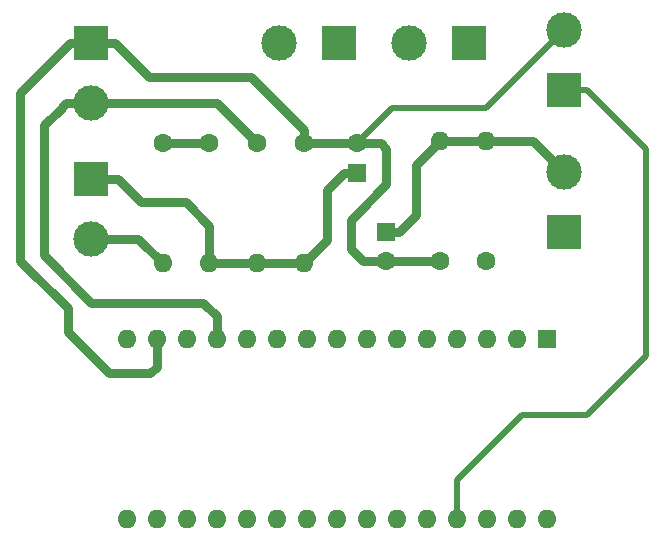
<source format=gbl>
G04 #@! TF.GenerationSoftware,KiCad,Pcbnew,5.0.2+dfsg1-1+deb10u1*
G04 #@! TF.CreationDate,2023-11-15T00:44:58+01:00*
G04 #@! TF.ProjectId,Carte basse tension,43617274-6520-4626-9173-73652074656e,rev?*
G04 #@! TF.SameCoordinates,Original*
G04 #@! TF.FileFunction,Copper,L2,Bot*
G04 #@! TF.FilePolarity,Positive*
%FSLAX46Y46*%
G04 Gerber Fmt 4.6, Leading zero omitted, Abs format (unit mm)*
G04 Created by KiCad (PCBNEW 5.0.2+dfsg1-1+deb10u1) date mer. 15 nov. 2023 00:44:58 CET*
%MOMM*%
%LPD*%
G01*
G04 APERTURE LIST*
G04 #@! TA.AperFunction,ComponentPad*
%ADD10C,3.000000*%
G04 #@! TD*
G04 #@! TA.AperFunction,ComponentPad*
%ADD11R,3.000000X3.000000*%
G04 #@! TD*
G04 #@! TA.AperFunction,ComponentPad*
%ADD12C,1.600000*%
G04 #@! TD*
G04 #@! TA.AperFunction,ComponentPad*
%ADD13O,1.600000X1.600000*%
G04 #@! TD*
G04 #@! TA.AperFunction,ComponentPad*
%ADD14R,1.600000X1.600000*%
G04 #@! TD*
G04 #@! TA.AperFunction,Conductor*
%ADD15C,0.750000*%
G04 #@! TD*
G04 #@! TA.AperFunction,Conductor*
%ADD16C,0.500000*%
G04 #@! TD*
G04 #@! TA.AperFunction,Conductor*
%ADD17C,0.250000*%
G04 #@! TD*
G04 APERTURE END LIST*
D10*
G04 #@! TO.P,9PWM / GND,2*
G04 #@! TO.N,N/C*
X136500000Y-74920000D03*
D11*
G04 #@! TO.P,9PWM / GND,1*
X136500000Y-80000000D03*
G04 #@! TD*
G04 #@! TO.P,SCL / SDA,1*
G04 #@! TO.N,N/C*
X128500000Y-76000000D03*
D10*
G04 #@! TO.P,SCL / SDA,2*
X123420000Y-76000000D03*
G04 #@! TD*
G04 #@! TO.P,+5v / GND,2*
G04 #@! TO.N,N/C*
X112420000Y-76000000D03*
D11*
G04 #@! TO.P,+5v / GND,1*
X117500000Y-76000000D03*
G04 #@! TD*
G04 #@! TO.P,+ 5v DC -,1*
G04 #@! TO.N,N/C*
X96500000Y-76000000D03*
D10*
G04 #@! TO.P,+ 5v DC -,2*
X96500000Y-81080000D03*
G04 #@! TD*
G04 #@! TO.P,AC 5v,2*
G04 #@! TO.N,N/C*
X96500000Y-92580000D03*
D11*
G04 #@! TO.P,AC 5v,1*
X96500000Y-87500000D03*
G04 #@! TD*
D12*
G04 #@! TO.P,100K,1*
G04 #@! TO.N,N/C*
X126000000Y-94500000D03*
D13*
G04 #@! TO.P,100K,2*
X126000000Y-84340000D03*
G04 #@! TD*
D11*
G04 #@! TO.P,SCT013-30A/1v,1*
G04 #@! TO.N,N/C*
X136500000Y-92000000D03*
D10*
G04 #@! TO.P,SCT013-30A/1v,2*
X136500000Y-86920000D03*
G04 #@! TD*
D14*
G04 #@! TO.P,4\002C7uF,1*
G04 #@! TO.N,N/C*
X121500000Y-92000000D03*
D12*
G04 #@! TO.P,4\002C7uF,2*
X121500000Y-94500000D03*
G04 #@! TD*
G04 #@! TO.P,100K,1*
G04 #@! TO.N,N/C*
X129923013Y-94500000D03*
D13*
G04 #@! TO.P,100K,2*
X129923013Y-84340000D03*
G04 #@! TD*
G04 #@! TO.P,R/T,2*
G04 #@! TO.N,N/C*
X102576987Y-94660000D03*
D12*
G04 #@! TO.P,R/T,1*
X102576987Y-84500000D03*
G04 #@! TD*
D13*
G04 #@! TO.P,R/T,2*
G04 #@! TO.N,N/C*
X106500000Y-94660000D03*
D12*
G04 #@! TO.P,R/T,1*
X106500000Y-84500000D03*
G04 #@! TD*
G04 #@! TO.P,100K,1*
G04 #@! TO.N,N/C*
X114500000Y-84500000D03*
D13*
G04 #@! TO.P,100K,2*
X114500000Y-94660000D03*
G04 #@! TD*
D14*
G04 #@! TO.P,4\002C7uF,1*
G04 #@! TO.N,N/C*
X119000000Y-87000000D03*
D12*
G04 #@! TO.P,4\002C7uF,2*
X119000000Y-84500000D03*
G04 #@! TD*
G04 #@! TO.P,100K,1*
G04 #@! TO.N,N/C*
X110576987Y-84500000D03*
D13*
G04 #@! TO.P,100K,2*
X110576987Y-94660000D03*
G04 #@! TD*
G04 #@! TO.P,Arduino NANO,16*
G04 #@! TO.N,N/C*
X99521956Y-116292967D03*
G04 #@! TO.P,Arduino NANO,15*
X99521956Y-101052967D03*
G04 #@! TO.P,Arduino NANO,30*
X135081956Y-116292967D03*
G04 #@! TO.P,Arduino NANO,14*
X102061956Y-101052967D03*
G04 #@! TO.P,Arduino NANO,29*
X132541956Y-116292967D03*
G04 #@! TO.P,Arduino NANO,13*
X104601956Y-101052967D03*
G04 #@! TO.P,Arduino NANO,28*
X130001956Y-116292967D03*
G04 #@! TO.P,Arduino NANO,12*
X107141956Y-101052967D03*
G04 #@! TO.P,Arduino NANO,27*
X127461956Y-116292967D03*
G04 #@! TO.P,Arduino NANO,11*
X109681956Y-101052967D03*
G04 #@! TO.P,Arduino NANO,26*
X124921956Y-116292967D03*
G04 #@! TO.P,Arduino NANO,10*
X112221956Y-101052967D03*
G04 #@! TO.P,Arduino NANO,25*
X122381956Y-116292967D03*
G04 #@! TO.P,Arduino NANO,9*
X114761956Y-101052967D03*
G04 #@! TO.P,Arduino NANO,24*
X119841956Y-116292967D03*
G04 #@! TO.P,Arduino NANO,8*
X117301956Y-101052967D03*
G04 #@! TO.P,Arduino NANO,23*
X117301956Y-116292967D03*
G04 #@! TO.P,Arduino NANO,7*
X119841956Y-101052967D03*
G04 #@! TO.P,Arduino NANO,22*
X114761956Y-116292967D03*
G04 #@! TO.P,Arduino NANO,6*
X122381956Y-101052967D03*
G04 #@! TO.P,Arduino NANO,21*
X112221956Y-116292967D03*
G04 #@! TO.P,Arduino NANO,5*
X124921956Y-101052967D03*
G04 #@! TO.P,Arduino NANO,20*
X109681956Y-116292967D03*
G04 #@! TO.P,Arduino NANO,4*
X127461956Y-101052967D03*
G04 #@! TO.P,Arduino NANO,19*
X107141956Y-116292967D03*
G04 #@! TO.P,Arduino NANO,3*
X130001956Y-101052967D03*
G04 #@! TO.P,Arduino NANO,18*
X104601956Y-116292967D03*
G04 #@! TO.P,Arduino NANO,2*
X132541956Y-101052967D03*
G04 #@! TO.P,Arduino NANO,17*
X102061956Y-116292967D03*
D14*
G04 #@! TO.P,Arduino NANO,1*
X135081956Y-101052967D03*
G04 #@! TD*
D15*
G04 #@! TO.N,*
X116500000Y-92660000D02*
X114500000Y-94660000D01*
X110576987Y-94660000D02*
X106580000Y-94660000D01*
X114500000Y-84500000D02*
X119000000Y-84500000D01*
X114500000Y-94660000D02*
X110576987Y-94660000D01*
X117950000Y-87000000D02*
X116500000Y-88450000D01*
X119000000Y-87000000D02*
X117950000Y-87000000D01*
X116500000Y-88450000D02*
X116500000Y-92660000D01*
X106500000Y-84500000D02*
X102576987Y-84500000D01*
X124000000Y-86340000D02*
X126000000Y-84340000D01*
X129923013Y-84340000D02*
X133920000Y-84340000D01*
X126000000Y-94500000D02*
X121500000Y-94500000D01*
X133920000Y-84340000D02*
X136500000Y-86920000D01*
X126000000Y-84340000D02*
X129923013Y-84340000D01*
X122550000Y-92000000D02*
X124000000Y-90550000D01*
X121500000Y-92000000D02*
X122550000Y-92000000D01*
X124000000Y-90550000D02*
X124000000Y-86340000D01*
X121500000Y-94500000D02*
X119500000Y-94500000D01*
X119500000Y-94500000D02*
X118500000Y-93500000D01*
X119000000Y-84500000D02*
X121000000Y-84500000D01*
X121000000Y-84500000D02*
X121500000Y-85000000D01*
X121500000Y-85000000D02*
X121500000Y-88000000D01*
X121500000Y-88000000D02*
X119000000Y-90500000D01*
X119000000Y-90500000D02*
X118500000Y-91000000D01*
X118500000Y-93500000D02*
X118500000Y-91000000D01*
X106500000Y-94660000D02*
X106500000Y-92000000D01*
X106500000Y-92000000D02*
X106500000Y-91500000D01*
X106500000Y-91500000D02*
X104500000Y-89500000D01*
X100750000Y-89500000D02*
X102500000Y-89500000D01*
X98750000Y-87500000D02*
X100750000Y-89500000D01*
X97000000Y-87500000D02*
X98750000Y-87500000D01*
X104500000Y-89500000D02*
X102500000Y-89500000D01*
X100496987Y-92580000D02*
X102576987Y-94660000D01*
X97000000Y-92580000D02*
X100496987Y-92580000D01*
X107156987Y-81080000D02*
X110576987Y-84500000D01*
X96500000Y-81080000D02*
X107156987Y-81080000D01*
X114500000Y-83368630D02*
X110000000Y-78868630D01*
X114500000Y-84500000D02*
X114500000Y-83368630D01*
X110000000Y-78868630D02*
X101368630Y-78868630D01*
X98500000Y-76000000D02*
X96500000Y-76000000D01*
X101368630Y-78868630D02*
X98500000Y-76000000D01*
D16*
X127461956Y-116292967D02*
X127461956Y-113038044D01*
X127461956Y-113038044D02*
X133000000Y-107500000D01*
X133000000Y-107500000D02*
X138500000Y-107500000D01*
X138500000Y-107500000D02*
X143500000Y-102500000D01*
X143500000Y-102500000D02*
X143500000Y-85000000D01*
X138500000Y-80000000D02*
X136500000Y-80000000D01*
X143500000Y-85000000D02*
X138500000Y-80000000D01*
X129920000Y-81500000D02*
X136500000Y-74920000D01*
X119000000Y-84500000D02*
X122000000Y-81500000D01*
X122000000Y-81500000D02*
X129920000Y-81500000D01*
D15*
X107141956Y-99141956D02*
X107141956Y-101052967D01*
X106000000Y-98000000D02*
X107141956Y-99141956D01*
X94378680Y-81080000D02*
X94000000Y-81458680D01*
X96500000Y-81080000D02*
X94378680Y-81080000D01*
X92500000Y-83000000D02*
X92500000Y-94000000D01*
X92500000Y-94000000D02*
X96500000Y-98000000D01*
X96500000Y-98000000D02*
X106000000Y-98000000D01*
D17*
X94000000Y-81458680D02*
X94000000Y-81500000D01*
D15*
X94000000Y-81500000D02*
X92500000Y-83000000D01*
X94750000Y-76000000D02*
X96500000Y-76000000D01*
X90500000Y-80250000D02*
X94750000Y-76000000D01*
X90500000Y-94500000D02*
X90500000Y-80250000D01*
X102061956Y-101052967D02*
X102061956Y-103438044D01*
X101500000Y-104000000D02*
X98000000Y-104000000D01*
X94500000Y-98500000D02*
X90500000Y-94500000D01*
X102061956Y-103438044D02*
X101500000Y-104000000D01*
X98000000Y-104000000D02*
X94500000Y-100500000D01*
X94500000Y-100500000D02*
X94500000Y-98500000D01*
G04 #@! TD*
M02*

</source>
